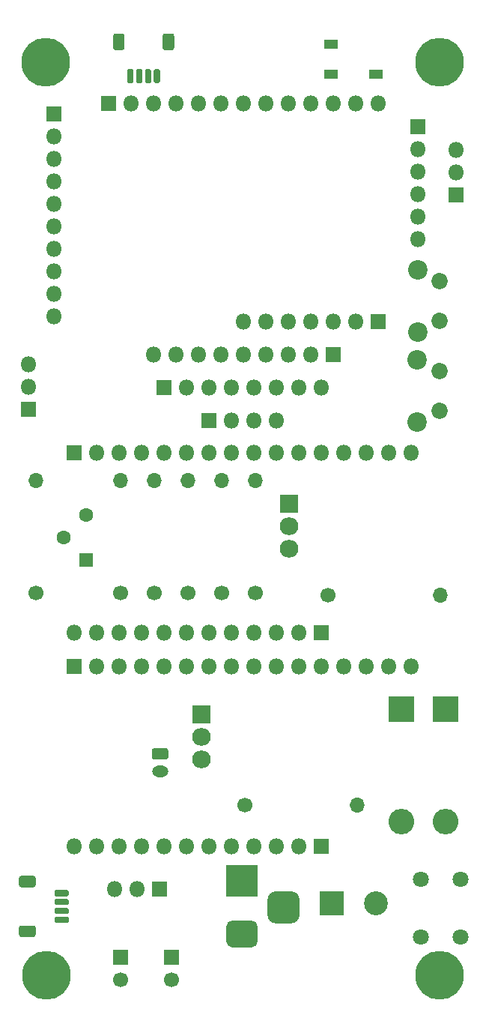
<source format=gbr>
%TF.GenerationSoftware,KiCad,Pcbnew,5.1.6-c6e7f7d~87~ubuntu18.04.1*%
%TF.CreationDate,2021-12-28T13:40:06-05:00*%
%TF.ProjectId,remote,72656d6f-7465-42e6-9b69-6361645f7063,rev?*%
%TF.SameCoordinates,Original*%
%TF.FileFunction,Soldermask,Top*%
%TF.FilePolarity,Negative*%
%FSLAX46Y46*%
G04 Gerber Fmt 4.6, Leading zero omitted, Abs format (unit mm)*
G04 Created by KiCad (PCBNEW 5.1.6-c6e7f7d~87~ubuntu18.04.1) date 2021-12-28 13:40:06*
%MOMM*%
%LPD*%
G01*
G04 APERTURE LIST*
%ADD10R,1.800000X1.800000*%
%ADD11O,1.800000X1.800000*%
%ADD12R,1.600000X1.600000*%
%ADD13C,1.600000*%
%ADD14R,1.601600X1.101600*%
%ADD15C,1.700000*%
%ADD16O,1.700000X1.700000*%
%ADD17R,2.900000X2.900000*%
%ADD18O,2.900000X2.900000*%
%ADD19O,2.100000X2.005000*%
%ADD20R,2.100000X2.005000*%
%ADD21C,1.800000*%
%ADD22C,5.500000*%
%ADD23C,2.200000*%
%ADD24C,1.850000*%
%ADD25O,1.850000X1.300000*%
%ADD26R,1.700000X1.700000*%
%ADD27R,3.600000X3.600000*%
%ADD28R,2.700000X2.700000*%
%ADD29C,2.700000*%
G04 APERTURE END LIST*
D10*
%TO.C,J14*%
X17130000Y-39020000D03*
D11*
X19670000Y-39020000D03*
X22210000Y-39020000D03*
X24750000Y-39020000D03*
X27290000Y-39020000D03*
X29830000Y-39020000D03*
X32370000Y-39020000D03*
X34910000Y-39020000D03*
%TD*%
%TO.C,J3*%
X45063000Y-70523000D03*
X42523000Y-70523000D03*
X39983000Y-70523000D03*
X37443000Y-70523000D03*
X34903000Y-70523000D03*
X32363000Y-70523000D03*
X29823000Y-70523000D03*
X27283000Y-70523000D03*
X24743000Y-70523000D03*
X22203000Y-70523000D03*
X19663000Y-70523000D03*
X17123000Y-70523000D03*
X14583000Y-70523000D03*
X12043000Y-70523000D03*
X9503000Y-70523000D03*
D10*
X6963000Y-70523000D03*
%TD*%
D12*
%TO.C,Q3*%
X8280000Y-58520000D03*
D13*
X8280000Y-53440000D03*
X5740000Y-55980000D03*
%TD*%
D14*
%TO.C,SP1*%
X35940000Y-3680000D03*
X41040000Y-3680000D03*
X35940000Y-280000D03*
%TD*%
D15*
%TO.C,R8*%
X2650000Y-62240000D03*
D16*
X2650000Y-49540000D03*
%TD*%
D17*
%TO.C,D2*%
X48940000Y-75350000D03*
D18*
X48940000Y-88050000D03*
%TD*%
D19*
%TO.C,Q2*%
X31250000Y-57210000D03*
X31250000Y-54670000D03*
D20*
X31250000Y-52130000D03*
%TD*%
D19*
%TO.C,Q1*%
X21300000Y-81030000D03*
X21300000Y-78490000D03*
D20*
X21300000Y-75950000D03*
%TD*%
%TO.C,J20*%
G36*
G01*
X16640000Y-3210000D02*
X16640000Y-4510000D01*
G75*
G02*
X16465000Y-4685000I-175000J0D01*
G01*
X16115000Y-4685000D01*
G75*
G02*
X15940000Y-4510000I0J175000D01*
G01*
X15940000Y-3210000D01*
G75*
G02*
X16115000Y-3035000I175000J0D01*
G01*
X16465000Y-3035000D01*
G75*
G02*
X16640000Y-3210000I0J-175000D01*
G01*
G37*
G36*
G01*
X15640000Y-3210000D02*
X15640000Y-4510000D01*
G75*
G02*
X15465000Y-4685000I-175000J0D01*
G01*
X15115000Y-4685000D01*
G75*
G02*
X14940000Y-4510000I0J175000D01*
G01*
X14940000Y-3210000D01*
G75*
G02*
X15115000Y-3035000I175000J0D01*
G01*
X15465000Y-3035000D01*
G75*
G02*
X15640000Y-3210000I0J-175000D01*
G01*
G37*
G36*
G01*
X14640000Y-3210000D02*
X14640000Y-4510000D01*
G75*
G02*
X14465000Y-4685000I-175000J0D01*
G01*
X14115000Y-4685000D01*
G75*
G02*
X13940000Y-4510000I0J175000D01*
G01*
X13940000Y-3210000D01*
G75*
G02*
X14115000Y-3035000I175000J0D01*
G01*
X14465000Y-3035000D01*
G75*
G02*
X14640000Y-3210000I0J-175000D01*
G01*
G37*
G36*
G01*
X13640000Y-3210000D02*
X13640000Y-4510000D01*
G75*
G02*
X13465000Y-4685000I-175000J0D01*
G01*
X13115000Y-4685000D01*
G75*
G02*
X12940000Y-4510000I0J175000D01*
G01*
X12940000Y-3210000D01*
G75*
G02*
X13115000Y-3035000I175000J0D01*
G01*
X13465000Y-3035000D01*
G75*
G02*
X13640000Y-3210000I0J-175000D01*
G01*
G37*
G36*
G01*
X18240000Y694168D02*
X18240000Y-664168D01*
G75*
G02*
X17969168Y-935000I-270832J0D01*
G01*
X17210832Y-935000D01*
G75*
G02*
X16940000Y-664168I0J270832D01*
G01*
X16940000Y694168D01*
G75*
G02*
X17210832Y965000I270832J0D01*
G01*
X17969168Y965000D01*
G75*
G02*
X18240000Y694168I0J-270832D01*
G01*
G37*
G36*
G01*
X12640000Y694168D02*
X12640000Y-664168D01*
G75*
G02*
X12369168Y-935000I-270832J0D01*
G01*
X11610832Y-935000D01*
G75*
G02*
X11340000Y-664168I0J270832D01*
G01*
X11340000Y694168D01*
G75*
G02*
X11610832Y965000I270832J0D01*
G01*
X12369168Y965000D01*
G75*
G02*
X12640000Y694168I0J-270832D01*
G01*
G37*
%TD*%
D11*
%TO.C,J18*%
X45760000Y-22310000D03*
X45760000Y-19770000D03*
X45760000Y-17230000D03*
X45760000Y-14690000D03*
X45760000Y-12150000D03*
D10*
X45760000Y-9610000D03*
%TD*%
D16*
%TO.C,R7*%
X48330000Y-62510000D03*
D15*
X35630000Y-62510000D03*
%TD*%
%TO.C,R6*%
X26260000Y-86200000D03*
D16*
X38960000Y-86200000D03*
%TD*%
D10*
%TO.C,J15*%
X36210000Y-35280000D03*
D11*
X33670000Y-35280000D03*
X31130000Y-35280000D03*
X28590000Y-35280000D03*
X26050000Y-35280000D03*
X23510000Y-35280000D03*
X20970000Y-35280000D03*
X18430000Y-35280000D03*
X15890000Y-35280000D03*
%TD*%
D10*
%TO.C,J11*%
X4640000Y-8170000D03*
D11*
X4640000Y-10710000D03*
X4640000Y-13250000D03*
X4640000Y-15790000D03*
X4640000Y-18330000D03*
X4640000Y-20870000D03*
X4640000Y-23410000D03*
X4640000Y-25950000D03*
X4640000Y-28490000D03*
X4640000Y-31030000D03*
%TD*%
%TO.C,J6*%
X41340000Y-6960000D03*
X38800000Y-6960000D03*
X36260000Y-6960000D03*
X33720000Y-6960000D03*
X31180000Y-6960000D03*
X28640000Y-6960000D03*
X26100000Y-6960000D03*
X23560000Y-6960000D03*
X21020000Y-6960000D03*
X18480000Y-6960000D03*
X15940000Y-6960000D03*
X13400000Y-6960000D03*
D10*
X10860000Y-6960000D03*
%TD*%
D11*
%TO.C,J2*%
X6973000Y-90807000D03*
X9513000Y-90807000D03*
X12053000Y-90807000D03*
X14593000Y-90807000D03*
X17133000Y-90807000D03*
X19673000Y-90807000D03*
X22213000Y-90807000D03*
X24753000Y-90807000D03*
X27293000Y-90807000D03*
X29833000Y-90807000D03*
X32373000Y-90807000D03*
D10*
X34913000Y-90807000D03*
%TD*%
D21*
%TO.C,SW4*%
X50640000Y-94560000D03*
X50640000Y-101060000D03*
X46140000Y-94560000D03*
X46140000Y-101060000D03*
%TD*%
D22*
%TO.C,H6*%
X3750000Y-2250000D03*
%TD*%
D16*
%TO.C,R5*%
X27437000Y-49539000D03*
D15*
X27437000Y-62239000D03*
%TD*%
D10*
%TO.C,J19*%
X1750000Y-41450000D03*
D11*
X1750000Y-38910000D03*
X1750000Y-36370000D03*
%TD*%
D22*
%TO.C,H5*%
X48250000Y-2270000D03*
%TD*%
D11*
%TO.C,J9*%
X6943000Y-66695000D03*
X9483000Y-66695000D03*
X12023000Y-66695000D03*
X14563000Y-66695000D03*
X17103000Y-66695000D03*
X19643000Y-66695000D03*
X22183000Y-66695000D03*
X24723000Y-66695000D03*
X27263000Y-66695000D03*
X29803000Y-66695000D03*
X32343000Y-66695000D03*
D10*
X34883000Y-66695000D03*
%TD*%
%TO.C,J16*%
X22200000Y-42720000D03*
D11*
X24740000Y-42720000D03*
X27280000Y-42720000D03*
X29820000Y-42720000D03*
%TD*%
%TO.C,J17*%
X26033000Y-31611000D03*
X28573000Y-31611000D03*
X31113000Y-31611000D03*
X33653000Y-31611000D03*
X36193000Y-31611000D03*
X38733000Y-31611000D03*
D10*
X41273000Y-31611000D03*
%TD*%
D22*
%TO.C,H2*%
X48250000Y-105410000D03*
%TD*%
%TO.C,H1*%
X3790000Y-105410000D03*
%TD*%
D10*
%TO.C,J5*%
X50120000Y-17290000D03*
D11*
X50120000Y-14750000D03*
X50120000Y-12210000D03*
%TD*%
D23*
%TO.C,SW2*%
X45720000Y-35900000D03*
D24*
X48210000Y-37150000D03*
X48210000Y-41650000D03*
D23*
X45720000Y-42910000D03*
%TD*%
%TO.C,SW1*%
X45760000Y-32740000D03*
D24*
X48250000Y-31480000D03*
X48250000Y-26980000D03*
D23*
X45760000Y-25730000D03*
%TD*%
%TO.C,J1*%
G36*
G01*
X15995832Y-79750000D02*
X17304168Y-79750000D01*
G75*
G02*
X17575000Y-80020832I0J-270832D01*
G01*
X17575000Y-80779168D01*
G75*
G02*
X17304168Y-81050000I-270832J0D01*
G01*
X15995832Y-81050000D01*
G75*
G02*
X15725000Y-80779168I0J270832D01*
G01*
X15725000Y-80020832D01*
G75*
G02*
X15995832Y-79750000I270832J0D01*
G01*
G37*
D25*
X16650000Y-82400000D03*
%TD*%
D11*
%TO.C,J10*%
X45033000Y-46411000D03*
X42493000Y-46411000D03*
X39953000Y-46411000D03*
X37413000Y-46411000D03*
X34873000Y-46411000D03*
X32333000Y-46411000D03*
X29793000Y-46411000D03*
X27253000Y-46411000D03*
X24713000Y-46411000D03*
X22173000Y-46411000D03*
X19633000Y-46411000D03*
X17093000Y-46411000D03*
X14553000Y-46411000D03*
X12013000Y-46411000D03*
X9473000Y-46411000D03*
D10*
X6933000Y-46411000D03*
%TD*%
D18*
%TO.C,D1*%
X43940000Y-88050000D03*
D17*
X43940000Y-75350000D03*
%TD*%
D26*
%TO.C,C2*%
X12210000Y-103420000D03*
D15*
X12210000Y-105920000D03*
%TD*%
%TO.C,C1*%
X17960000Y-105880000D03*
D26*
X17960000Y-103380000D03*
%TD*%
D10*
%TO.C,J4*%
X16597000Y-95659000D03*
D11*
X14057000Y-95659000D03*
X11517000Y-95659000D03*
%TD*%
D16*
%TO.C,R4*%
X23627000Y-49539000D03*
D15*
X23627000Y-62239000D03*
%TD*%
%TO.C,J12*%
G36*
G01*
X965832Y-99790000D02*
X2324168Y-99790000D01*
G75*
G02*
X2595000Y-100060832I0J-270832D01*
G01*
X2595000Y-100819168D01*
G75*
G02*
X2324168Y-101090000I-270832J0D01*
G01*
X965832Y-101090000D01*
G75*
G02*
X695000Y-100819168I0J270832D01*
G01*
X695000Y-100060832D01*
G75*
G02*
X965832Y-99790000I270832J0D01*
G01*
G37*
G36*
G01*
X965832Y-94190000D02*
X2324168Y-94190000D01*
G75*
G02*
X2595000Y-94460832I0J-270832D01*
G01*
X2595000Y-95219168D01*
G75*
G02*
X2324168Y-95490000I-270832J0D01*
G01*
X965832Y-95490000D01*
G75*
G02*
X695000Y-95219168I0J270832D01*
G01*
X695000Y-94460832D01*
G75*
G02*
X965832Y-94190000I270832J0D01*
G01*
G37*
G36*
G01*
X4870000Y-98790000D02*
X6170000Y-98790000D01*
G75*
G02*
X6345000Y-98965000I0J-175000D01*
G01*
X6345000Y-99315000D01*
G75*
G02*
X6170000Y-99490000I-175000J0D01*
G01*
X4870000Y-99490000D01*
G75*
G02*
X4695000Y-99315000I0J175000D01*
G01*
X4695000Y-98965000D01*
G75*
G02*
X4870000Y-98790000I175000J0D01*
G01*
G37*
G36*
G01*
X4870000Y-97790000D02*
X6170000Y-97790000D01*
G75*
G02*
X6345000Y-97965000I0J-175000D01*
G01*
X6345000Y-98315000D01*
G75*
G02*
X6170000Y-98490000I-175000J0D01*
G01*
X4870000Y-98490000D01*
G75*
G02*
X4695000Y-98315000I0J175000D01*
G01*
X4695000Y-97965000D01*
G75*
G02*
X4870000Y-97790000I175000J0D01*
G01*
G37*
G36*
G01*
X4870000Y-96790000D02*
X6170000Y-96790000D01*
G75*
G02*
X6345000Y-96965000I0J-175000D01*
G01*
X6345000Y-97315000D01*
G75*
G02*
X6170000Y-97490000I-175000J0D01*
G01*
X4870000Y-97490000D01*
G75*
G02*
X4695000Y-97315000I0J175000D01*
G01*
X4695000Y-96965000D01*
G75*
G02*
X4870000Y-96790000I175000J0D01*
G01*
G37*
G36*
G01*
X4870000Y-95790000D02*
X6170000Y-95790000D01*
G75*
G02*
X6345000Y-95965000I0J-175000D01*
G01*
X6345000Y-96315000D01*
G75*
G02*
X6170000Y-96490000I-175000J0D01*
G01*
X4870000Y-96490000D01*
G75*
G02*
X4695000Y-96315000I0J175000D01*
G01*
X4695000Y-95965000D01*
G75*
G02*
X4870000Y-95790000I175000J0D01*
G01*
G37*
%TD*%
D27*
%TO.C,J7*%
X25908000Y-94742000D03*
G36*
G01*
X26933000Y-102292000D02*
X24883000Y-102292000D01*
G75*
G02*
X24108000Y-101517000I0J775000D01*
G01*
X24108000Y-99967000D01*
G75*
G02*
X24883000Y-99192000I775000J0D01*
G01*
X26933000Y-99192000D01*
G75*
G02*
X27708000Y-99967000I0J-775000D01*
G01*
X27708000Y-101517000D01*
G75*
G02*
X26933000Y-102292000I-775000J0D01*
G01*
G37*
G36*
G01*
X31508000Y-99542000D02*
X29708000Y-99542000D01*
G75*
G02*
X28808000Y-98642000I0J900000D01*
G01*
X28808000Y-96842000D01*
G75*
G02*
X29708000Y-95942000I900000J0D01*
G01*
X31508000Y-95942000D01*
G75*
G02*
X32408000Y-96842000I0J-900000D01*
G01*
X32408000Y-98642000D01*
G75*
G02*
X31508000Y-99542000I-900000J0D01*
G01*
G37*
%TD*%
D28*
%TO.C,J8*%
X36090000Y-97250000D03*
D29*
X41090000Y-97250000D03*
%TD*%
D15*
%TO.C,R2*%
X16007000Y-62239000D03*
D16*
X16007000Y-49539000D03*
%TD*%
D15*
%TO.C,R1*%
X12197000Y-62239000D03*
D16*
X12197000Y-49539000D03*
%TD*%
D15*
%TO.C,R3*%
X19817000Y-62239000D03*
D16*
X19817000Y-49539000D03*
%TD*%
M02*

</source>
